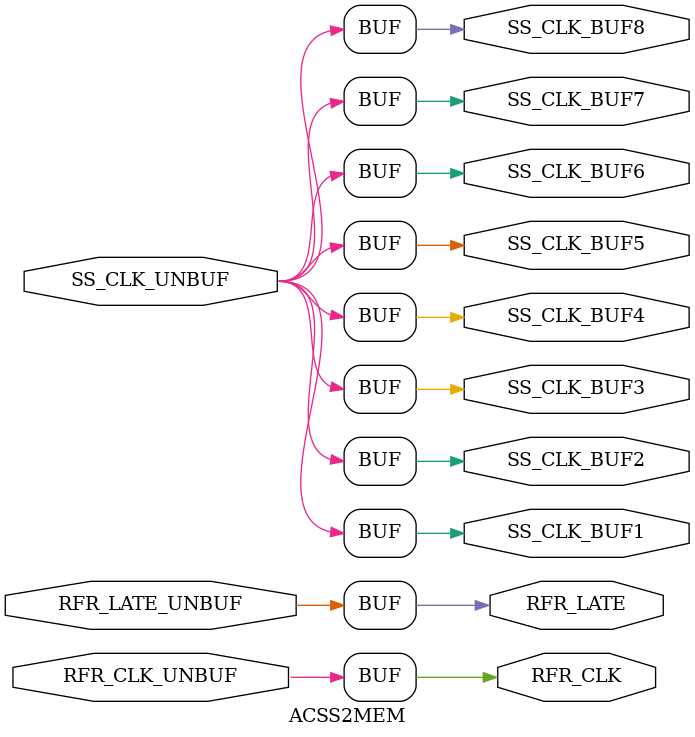
<source format=v>
module ACSS2MEM(SS_CLK_UNBUF, RFR_CLK_UNBUF, RFR_LATE_UNBUF, 
        SS_CLK_BUF1, SS_CLK_BUF2, SS_CLK_BUF3, SS_CLK_BUF4, 
        SS_CLK_BUF5, SS_CLK_BUF6, SS_CLK_BUF7, SS_CLK_BUF8, 
        RFR_CLK, RFR_LATE);
input   SS_CLK_UNBUF;
input   RFR_CLK_UNBUF;
input   RFR_LATE_UNBUF;
output  SS_CLK_BUF1;
output  SS_CLK_BUF2;
output  SS_CLK_BUF3;
output  SS_CLK_BUF4;
output  SS_CLK_BUF5;
output  SS_CLK_BUF6;
output  SS_CLK_BUF7;
output  SS_CLK_BUF8;
output  RFR_CLK;
output  RFR_LATE;
buf g0(SS_CLK_BUF1, SS_CLK_UNBUF);
buf g1(SS_CLK_BUF2, SS_CLK_UNBUF);
buf g2(SS_CLK_BUF3, SS_CLK_UNBUF);
buf g3(SS_CLK_BUF4, SS_CLK_UNBUF);
buf g4(SS_CLK_BUF5, SS_CLK_UNBUF);
buf g5(SS_CLK_BUF6, SS_CLK_UNBUF);
buf g6(SS_CLK_BUF7, SS_CLK_UNBUF);
buf g7(SS_CLK_BUF8, SS_CLK_UNBUF);
buf g8(RFR_CLK, RFR_CLK_UNBUF);
buf g9(RFR_LATE, RFR_LATE_UNBUF);
endmodule
</source>
